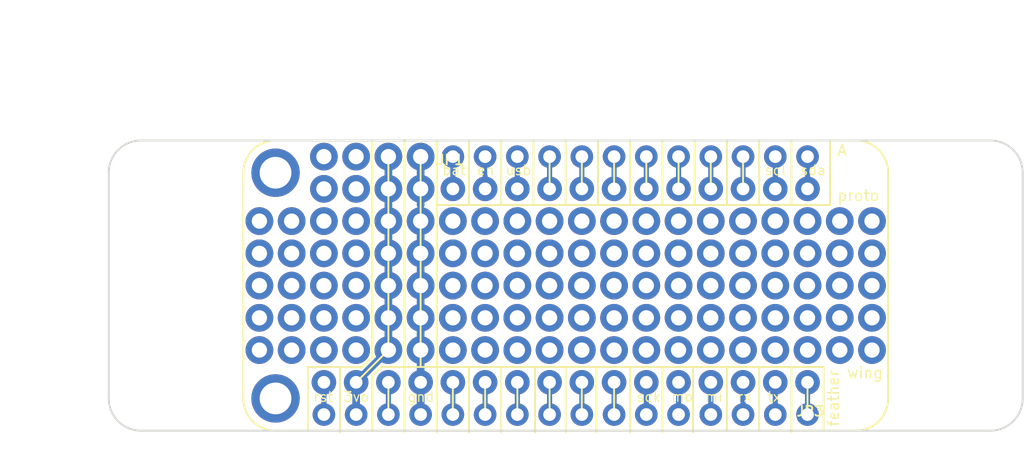
<source format=kicad_pcb>
(kicad_pcb (version 20171130) (host pcbnew "(5.1.2-1)-1")

  (general
    (thickness 1.6)
    (drawings 153)
    (tracks 151)
    (zones 0)
    (modules 3)
    (nets 123)
  )

  (page A4)
  (layers
    (0 Top signal)
    (31 Bottom signal)
    (32 B.Adhes user)
    (33 F.Adhes user)
    (34 B.Paste user)
    (35 F.Paste user)
    (36 B.SilkS user)
    (37 F.SilkS user)
    (38 B.Mask user)
    (39 F.Mask user)
    (40 Dwgs.User user)
    (41 Cmts.User user)
    (42 Eco1.User user)
    (43 Eco2.User user)
    (44 Edge.Cuts user)
    (45 Margin user)
    (46 B.CrtYd user)
    (47 F.CrtYd user)
    (48 B.Fab user)
    (49 F.Fab user)
  )

  (setup
    (last_trace_width 0.25)
    (trace_clearance 0.2)
    (zone_clearance 0.508)
    (zone_45_only no)
    (trace_min 0.2)
    (via_size 0.8)
    (via_drill 0.4)
    (via_min_size 0.4)
    (via_min_drill 0.3)
    (uvia_size 0.3)
    (uvia_drill 0.1)
    (uvias_allowed no)
    (uvia_min_size 0.2)
    (uvia_min_drill 0.1)
    (edge_width 0.05)
    (segment_width 0.2)
    (pcb_text_width 0.3)
    (pcb_text_size 1.5 1.5)
    (mod_edge_width 0.12)
    (mod_text_size 1 1)
    (mod_text_width 0.15)
    (pad_size 1.524 1.524)
    (pad_drill 0.762)
    (pad_to_mask_clearance 0.051)
    (solder_mask_min_width 0.25)
    (aux_axis_origin 0 0)
    (visible_elements FFFFEF7F)
    (pcbplotparams
      (layerselection 0x010fc_ffffffff)
      (usegerberextensions false)
      (usegerberattributes false)
      (usegerberadvancedattributes false)
      (creategerberjobfile false)
      (excludeedgelayer true)
      (linewidth 0.100000)
      (plotframeref false)
      (viasonmask false)
      (mode 1)
      (useauxorigin false)
      (hpglpennumber 1)
      (hpglpenspeed 20)
      (hpglpendiameter 15.000000)
      (psnegative false)
      (psa4output false)
      (plotreference true)
      (plotvalue true)
      (plotinvisibletext false)
      (padsonsilk false)
      (subtractmaskfromsilk false)
      (outputformat 1)
      (mirror false)
      (drillshape 1)
      (scaleselection 1)
      (outputdirectory ""))
  )

  (net 0 "")
  (net 1 N$30)
  (net 2 N$31)
  (net 3 N$32)
  (net 4 N$33)
  (net 5 N$34)
  (net 6 N$35)
  (net 7 N$36)
  (net 8 N$37)
  (net 9 N$38)
  (net 10 N$39)
  (net 11 N$40)
  (net 12 N$41)
  (net 13 N$42)
  (net 14 N$43)
  (net 15 N$44)
  (net 16 N$45)
  (net 17 N$46)
  (net 18 N$47)
  (net 19 N$48)
  (net 20 N$49)
  (net 21 N$50)
  (net 22 N$51)
  (net 23 N$52)
  (net 24 N$53)
  (net 25 N$64)
  (net 26 N$65)
  (net 27 N$66)
  (net 28 N$67)
  (net 29 N$68)
  (net 30 N$69)
  (net 31 N$70)
  (net 32 N$71)
  (net 33 N$72)
  (net 34 N$73)
  (net 35 N$74)
  (net 36 N$75)
  (net 37 N$76)
  (net 38 N$77)
  (net 39 N$78)
  (net 40 N$79)
  (net 41 N$80)
  (net 42 N$81)
  (net 43 N$82)
  (net 44 N$83)
  (net 45 N$84)
  (net 46 N$85)
  (net 47 N$86)
  (net 48 N$87)
  (net 49 N$88)
  (net 50 N$89)
  (net 51 N$90)
  (net 52 N$91)
  (net 53 N$92)
  (net 54 N$93)
  (net 55 N$94)
  (net 56 N$95)
  (net 57 N$96)
  (net 58 N$97)
  (net 59 N$98)
  (net 60 N$99)
  (net 61 N$100)
  (net 62 N$101)
  (net 63 N$102)
  (net 64 N$103)
  (net 65 N$104)
  (net 66 N$105)
  (net 67 N$106)
  (net 68 N$107)
  (net 69 N$108)
  (net 70 N$109)
  (net 71 N$110)
  (net 72 N$111)
  (net 73 N$112)
  (net 74 N$113)
  (net 75 N$114)
  (net 76 N$115)
  (net 77 N$116)
  (net 78 N$117)
  (net 79 N$118)
  (net 80 N$119)
  (net 81 N$120)
  (net 82 N$121)
  (net 83 N$122)
  (net 84 N$123)
  (net 85 N$124)
  (net 86 N$125)
  (net 87 N$126)
  (net 88 N$127)
  (net 89 N$128)
  (net 90 N$129)
  (net 91 N$130)
  (net 92 N$131)
  (net 93 N$132)
  (net 94 N$133)
  (net 95 "Net-(JP3-Pad16)")
  (net 96 "Net-(JP3-Pad15)")
  (net 97 "Net-(JP3-Pad14)")
  (net 98 "Net-(JP3-Pad13)")
  (net 99 "Net-(JP3-Pad1)")
  (net 100 "Net-(JP3-Pad2)")
  (net 101 "Net-(JP3-Pad3)")
  (net 102 "Net-(JP3-Pad4)")
  (net 103 "Net-(JP3-Pad5)")
  (net 104 "Net-(JP3-Pad6)")
  (net 105 "Net-(JP3-Pad7)")
  (net 106 "Net-(JP3-Pad8)")
  (net 107 "Net-(JP3-Pad9)")
  (net 108 "Net-(JP3-Pad10)")
  (net 109 "Net-(JP3-Pad11)")
  (net 110 "Net-(JP3-Pad12)")
  (net 111 "Net-(JP1-Pad12)")
  (net 112 "Net-(JP1-Pad11)")
  (net 113 "Net-(JP1-Pad10)")
  (net 114 "Net-(JP1-Pad9)")
  (net 115 "Net-(JP1-Pad8)")
  (net 116 "Net-(JP1-Pad7)")
  (net 117 "Net-(JP1-Pad6)")
  (net 118 "Net-(JP1-Pad5)")
  (net 119 "Net-(JP1-Pad4)")
  (net 120 "Net-(JP1-Pad3)")
  (net 121 "Net-(JP1-Pad2)")
  (net 122 "Net-(JP1-Pad1)")

  (net_class Default "This is the default net class."
    (clearance 0.2)
    (trace_width 0.25)
    (via_dia 0.8)
    (via_drill 0.4)
    (uvia_dia 0.3)
    (uvia_drill 0.1)
    (add_net N$100)
    (add_net N$101)
    (add_net N$102)
    (add_net N$103)
    (add_net N$104)
    (add_net N$105)
    (add_net N$106)
    (add_net N$107)
    (add_net N$108)
    (add_net N$109)
    (add_net N$110)
    (add_net N$111)
    (add_net N$112)
    (add_net N$113)
    (add_net N$114)
    (add_net N$115)
    (add_net N$116)
    (add_net N$117)
    (add_net N$118)
    (add_net N$119)
    (add_net N$120)
    (add_net N$121)
    (add_net N$122)
    (add_net N$123)
    (add_net N$124)
    (add_net N$125)
    (add_net N$126)
    (add_net N$127)
    (add_net N$128)
    (add_net N$129)
    (add_net N$130)
    (add_net N$131)
    (add_net N$132)
    (add_net N$133)
    (add_net N$30)
    (add_net N$31)
    (add_net N$32)
    (add_net N$33)
    (add_net N$34)
    (add_net N$35)
    (add_net N$36)
    (add_net N$37)
    (add_net N$38)
    (add_net N$39)
    (add_net N$40)
    (add_net N$41)
    (add_net N$42)
    (add_net N$43)
    (add_net N$44)
    (add_net N$45)
    (add_net N$46)
    (add_net N$47)
    (add_net N$48)
    (add_net N$49)
    (add_net N$50)
    (add_net N$51)
    (add_net N$52)
    (add_net N$53)
    (add_net N$64)
    (add_net N$65)
    (add_net N$66)
    (add_net N$67)
    (add_net N$68)
    (add_net N$69)
    (add_net N$70)
    (add_net N$71)
    (add_net N$72)
    (add_net N$73)
    (add_net N$74)
    (add_net N$75)
    (add_net N$76)
    (add_net N$77)
    (add_net N$78)
    (add_net N$79)
    (add_net N$80)
    (add_net N$81)
    (add_net N$82)
    (add_net N$83)
    (add_net N$84)
    (add_net N$85)
    (add_net N$86)
    (add_net N$87)
    (add_net N$88)
    (add_net N$89)
    (add_net N$90)
    (add_net N$91)
    (add_net N$92)
    (add_net N$93)
    (add_net N$94)
    (add_net N$95)
    (add_net N$96)
    (add_net N$97)
    (add_net N$98)
    (add_net N$99)
    (add_net "Net-(JP1-Pad1)")
    (add_net "Net-(JP1-Pad10)")
    (add_net "Net-(JP1-Pad11)")
    (add_net "Net-(JP1-Pad12)")
    (add_net "Net-(JP1-Pad2)")
    (add_net "Net-(JP1-Pad3)")
    (add_net "Net-(JP1-Pad4)")
    (add_net "Net-(JP1-Pad5)")
    (add_net "Net-(JP1-Pad6)")
    (add_net "Net-(JP1-Pad7)")
    (add_net "Net-(JP1-Pad8)")
    (add_net "Net-(JP1-Pad9)")
    (add_net "Net-(JP3-Pad1)")
    (add_net "Net-(JP3-Pad10)")
    (add_net "Net-(JP3-Pad11)")
    (add_net "Net-(JP3-Pad12)")
    (add_net "Net-(JP3-Pad13)")
    (add_net "Net-(JP3-Pad14)")
    (add_net "Net-(JP3-Pad15)")
    (add_net "Net-(JP3-Pad16)")
    (add_net "Net-(JP3-Pad2)")
    (add_net "Net-(JP3-Pad3)")
    (add_net "Net-(JP3-Pad4)")
    (add_net "Net-(JP3-Pad5)")
    (add_net "Net-(JP3-Pad6)")
    (add_net "Net-(JP3-Pad7)")
    (add_net "Net-(JP3-Pad8)")
    (add_net "Net-(JP3-Pad9)")
  )

  (module SingleWing:FEATHERWING (layer Top) (tedit 5D1F903A) (tstamp 5D1F6682)
    (at 123.1011 116.4336)
    (path /FA6A3C82)
    (fp_text reference MS1 (at 0 0) (layer F.SilkS) hide
      (effects (font (size 1.27 1.27) (thickness 0.15)))
    )
    (fp_text value FEATHERWING (at 0 0) (layer F.SilkS) hide
      (effects (font (size 1.27 1.27) (thickness 0.15)))
    )
    (pad 1 thru_hole circle (at 6.35 -1.27) (size 1.778 1.778) (drill 1) (layers *.Cu *.Mask)
      (net 95 "Net-(JP3-Pad16)") (solder_mask_margin 0.0508))
    (pad 2 thru_hole circle (at 8.89 -1.27) (size 1.778 1.778) (drill 1) (layers *.Cu *.Mask)
      (net 96 "Net-(JP3-Pad15)") (solder_mask_margin 0.0508))
    (pad 3 thru_hole circle (at 11.43 -1.27) (size 1.778 1.778) (drill 1) (layers *.Cu *.Mask)
      (net 97 "Net-(JP3-Pad14)") (solder_mask_margin 0.0508))
    (pad 4 thru_hole circle (at 13.97 -1.27) (size 1.778 1.778) (drill 1) (layers *.Cu *.Mask)
      (net 98 "Net-(JP3-Pad13)") (solder_mask_margin 0.0508))
    (pad 16 thru_hole circle (at 44.45 -1.27) (size 1.778 1.778) (drill 1) (layers *.Cu *.Mask)
      (net 99 "Net-(JP3-Pad1)") (solder_mask_margin 0.0508))
    (pad 15 thru_hole circle (at 41.91 -1.27) (size 1.778 1.778) (drill 1) (layers *.Cu *.Mask)
      (net 100 "Net-(JP3-Pad2)") (solder_mask_margin 0.0508))
    (pad 14 thru_hole circle (at 39.37 -1.27) (size 1.778 1.778) (drill 1) (layers *.Cu *.Mask)
      (net 101 "Net-(JP3-Pad3)") (solder_mask_margin 0.0508))
    (pad 13 thru_hole circle (at 36.83 -1.27) (size 1.778 1.778) (drill 1) (layers *.Cu *.Mask)
      (net 102 "Net-(JP3-Pad4)") (solder_mask_margin 0.0508))
    (pad 12 thru_hole circle (at 34.29 -1.27) (size 1.778 1.778) (drill 1) (layers *.Cu *.Mask)
      (net 103 "Net-(JP3-Pad5)") (solder_mask_margin 0.0508))
    (pad 11 thru_hole circle (at 31.75 -1.27) (size 1.778 1.778) (drill 1) (layers *.Cu *.Mask)
      (net 104 "Net-(JP3-Pad6)") (solder_mask_margin 0.0508))
    (pad 10 thru_hole circle (at 29.21 -1.27) (size 1.778 1.778) (drill 1) (layers *.Cu *.Mask)
      (net 105 "Net-(JP3-Pad7)") (solder_mask_margin 0.0508))
    (pad 9 thru_hole circle (at 26.67 -1.27) (size 1.778 1.778) (drill 1) (layers *.Cu *.Mask)
      (net 106 "Net-(JP3-Pad8)") (solder_mask_margin 0.0508))
    (pad 8 thru_hole circle (at 24.13 -1.27) (size 1.778 1.778) (drill 1) (layers *.Cu *.Mask)
      (net 107 "Net-(JP3-Pad9)") (solder_mask_margin 0.0508))
    (pad 7 thru_hole circle (at 21.59 -1.27) (size 1.778 1.778) (drill 1) (layers *.Cu *.Mask)
      (net 108 "Net-(JP3-Pad10)") (solder_mask_margin 0.0508))
    (pad 6 thru_hole circle (at 19.05 -1.27) (size 1.778 1.778) (drill 1) (layers *.Cu *.Mask)
      (net 109 "Net-(JP3-Pad11)") (solder_mask_margin 0.0508))
    (pad 5 thru_hole circle (at 16.51 -1.27) (size 1.778 1.778) (drill 1) (layers *.Cu *.Mask)
      (net 110 "Net-(JP3-Pad12)") (solder_mask_margin 0.0508))
    (pad 17 thru_hole circle (at 44.45 -21.59) (size 1.778 1.778) (drill 1) (layers *.Cu *.Mask)
      (net 111 "Net-(JP1-Pad12)") (solder_mask_margin 0.0508))
    (pad 18 thru_hole circle (at 41.91 -21.59) (size 1.778 1.778) (drill 1) (layers *.Cu *.Mask)
      (net 112 "Net-(JP1-Pad11)") (solder_mask_margin 0.0508))
    (pad 19 thru_hole circle (at 39.37 -21.59) (size 1.778 1.778) (drill 1) (layers *.Cu *.Mask)
      (net 113 "Net-(JP1-Pad10)") (solder_mask_margin 0.0508))
    (pad 20 thru_hole circle (at 36.83 -21.59) (size 1.778 1.778) (drill 1) (layers *.Cu *.Mask)
      (net 114 "Net-(JP1-Pad9)") (solder_mask_margin 0.0508))
    (pad 21 thru_hole circle (at 34.29 -21.59) (size 1.778 1.778) (drill 1) (layers *.Cu *.Mask)
      (net 115 "Net-(JP1-Pad8)") (solder_mask_margin 0.0508))
    (pad 22 thru_hole circle (at 31.75 -21.59) (size 1.778 1.778) (drill 1) (layers *.Cu *.Mask)
      (net 116 "Net-(JP1-Pad7)") (solder_mask_margin 0.0508))
    (pad 23 thru_hole circle (at 29.21 -21.59) (size 1.778 1.778) (drill 1) (layers *.Cu *.Mask)
      (net 117 "Net-(JP1-Pad6)") (solder_mask_margin 0.0508))
    (pad 24 thru_hole circle (at 26.67 -21.59) (size 1.778 1.778) (drill 1) (layers *.Cu *.Mask)
      (net 118 "Net-(JP1-Pad5)") (solder_mask_margin 0.0508))
    (pad 25 thru_hole circle (at 24.13 -21.59) (size 1.778 1.778) (drill 1) (layers *.Cu *.Mask)
      (net 119 "Net-(JP1-Pad4)") (solder_mask_margin 0.0508))
    (pad 26 thru_hole circle (at 21.59 -21.59) (size 1.778 1.778) (drill 1) (layers *.Cu *.Mask)
      (net 120 "Net-(JP1-Pad3)") (solder_mask_margin 0.0508))
    (pad 27 thru_hole circle (at 19.05 -21.59) (size 1.778 1.778) (drill 1) (layers *.Cu *.Mask)
      (net 121 "Net-(JP1-Pad2)") (solder_mask_margin 0.0508))
    (pad 28 thru_hole circle (at 16.51 -21.59) (size 1.778 1.778) (drill 1) (layers *.Cu *.Mask)
      (net 122 "Net-(JP1-Pad1)") (solder_mask_margin 0.0508))
    (pad P$2 thru_hole circle (at 2.54 -2.54) (size 3.81 3.81) (drill 2.5) (layers *.Cu *.Mask)
      (solder_mask_margin 0.0508))
    (pad P$1 thru_hole circle (at 2.54 -20.32) (size 3.81 3.81) (drill 2.5) (layers *.Cu *.Mask)
      (solder_mask_margin 0.0508))
    (pad "" np_thru_hole circle (at 48.26 -2.54) (size 2.54 2.54) (drill 2.54) (layers *.Cu *.Mask))
    (pad "" np_thru_hole circle (at 48.26 -20.32) (size 2.54 2.54) (drill 2.54) (layers *.Cu *.Mask))
  )

  (module SingleWing:1X16_ROUND_76MIL (layer Top) (tedit 0) (tstamp 5D1F66AD)
    (at 148.5011 112.6236 180)
    (path /48CD7B62)
    (fp_text reference JP3 (at -20.3962 -1.8288 180) (layer F.SilkS)
      (effects (font (size 0.77216 0.77216) (thickness 0.146304)) (justify right top))
    )
    (fp_text value HEADER-1X16_76MIL (at -20.32 3.175 180) (layer F.Fab)
      (effects (font (size 0.38608 0.38608) (thickness 0.04064)) (justify right top))
    )
    (fp_poly (pts (xy 18.796 0.254) (xy 19.304 0.254) (xy 19.304 -0.254) (xy 18.796 -0.254)) (layer F.Fab) (width 0))
    (fp_poly (pts (xy -19.304 0.254) (xy -18.796 0.254) (xy -18.796 -0.254) (xy -19.304 -0.254)) (layer F.Fab) (width 0))
    (fp_poly (pts (xy -16.764 0.254) (xy -16.256 0.254) (xy -16.256 -0.254) (xy -16.764 -0.254)) (layer F.Fab) (width 0))
    (fp_poly (pts (xy -14.224 0.254) (xy -13.716 0.254) (xy -13.716 -0.254) (xy -14.224 -0.254)) (layer F.Fab) (width 0))
    (fp_poly (pts (xy -11.684 0.254) (xy -11.176 0.254) (xy -11.176 -0.254) (xy -11.684 -0.254)) (layer F.Fab) (width 0))
    (fp_poly (pts (xy -9.144 0.254) (xy -8.636 0.254) (xy -8.636 -0.254) (xy -9.144 -0.254)) (layer F.Fab) (width 0))
    (fp_poly (pts (xy -6.604 0.254) (xy -6.096 0.254) (xy -6.096 -0.254) (xy -6.604 -0.254)) (layer F.Fab) (width 0))
    (fp_poly (pts (xy -4.064 0.254) (xy -3.556 0.254) (xy -3.556 -0.254) (xy -4.064 -0.254)) (layer F.Fab) (width 0))
    (fp_poly (pts (xy -1.524 0.254) (xy -1.016 0.254) (xy -1.016 -0.254) (xy -1.524 -0.254)) (layer F.Fab) (width 0))
    (fp_poly (pts (xy 1.016 0.254) (xy 1.524 0.254) (xy 1.524 -0.254) (xy 1.016 -0.254)) (layer F.Fab) (width 0))
    (fp_poly (pts (xy 3.556 0.254) (xy 4.064 0.254) (xy 4.064 -0.254) (xy 3.556 -0.254)) (layer F.Fab) (width 0))
    (fp_poly (pts (xy 6.096 0.254) (xy 6.604 0.254) (xy 6.604 -0.254) (xy 6.096 -0.254)) (layer F.Fab) (width 0))
    (fp_poly (pts (xy 8.636 0.254) (xy 9.144 0.254) (xy 9.144 -0.254) (xy 8.636 -0.254)) (layer F.Fab) (width 0))
    (fp_poly (pts (xy 11.176 0.254) (xy 11.684 0.254) (xy 11.684 -0.254) (xy 11.176 -0.254)) (layer F.Fab) (width 0))
    (fp_poly (pts (xy 13.716 0.254) (xy 14.224 0.254) (xy 14.224 -0.254) (xy 13.716 -0.254)) (layer F.Fab) (width 0))
    (fp_poly (pts (xy 16.256 0.254) (xy 16.764 0.254) (xy 16.764 -0.254) (xy 16.256 -0.254)) (layer F.Fab) (width 0))
    (pad 16 thru_hole circle (at 19.05 0 270) (size 1.9304 1.9304) (drill 1) (layers *.Cu *.Mask)
      (net 95 "Net-(JP3-Pad16)") (solder_mask_margin 0.0508))
    (pad 15 thru_hole circle (at 16.51 0 270) (size 1.9304 1.9304) (drill 1) (layers *.Cu *.Mask)
      (net 96 "Net-(JP3-Pad15)") (solder_mask_margin 0.0508))
    (pad 14 thru_hole circle (at 13.97 0 270) (size 1.9304 1.9304) (drill 1) (layers *.Cu *.Mask)
      (net 97 "Net-(JP3-Pad14)") (solder_mask_margin 0.0508))
    (pad 13 thru_hole circle (at 11.43 0 270) (size 1.9304 1.9304) (drill 1) (layers *.Cu *.Mask)
      (net 98 "Net-(JP3-Pad13)") (solder_mask_margin 0.0508))
    (pad 12 thru_hole circle (at 8.89 0 270) (size 1.9304 1.9304) (drill 1) (layers *.Cu *.Mask)
      (net 110 "Net-(JP3-Pad12)") (solder_mask_margin 0.0508))
    (pad 11 thru_hole circle (at 6.35 0 270) (size 1.9304 1.9304) (drill 1) (layers *.Cu *.Mask)
      (net 109 "Net-(JP3-Pad11)") (solder_mask_margin 0.0508))
    (pad 10 thru_hole circle (at 3.81 0 270) (size 1.9304 1.9304) (drill 1) (layers *.Cu *.Mask)
      (net 108 "Net-(JP3-Pad10)") (solder_mask_margin 0.0508))
    (pad 9 thru_hole circle (at 1.27 0 270) (size 1.9304 1.9304) (drill 1) (layers *.Cu *.Mask)
      (net 107 "Net-(JP3-Pad9)") (solder_mask_margin 0.0508))
    (pad 8 thru_hole circle (at -1.27 0 270) (size 1.9304 1.9304) (drill 1) (layers *.Cu *.Mask)
      (net 106 "Net-(JP3-Pad8)") (solder_mask_margin 0.0508))
    (pad 7 thru_hole circle (at -3.81 0 270) (size 1.9304 1.9304) (drill 1) (layers *.Cu *.Mask)
      (net 105 "Net-(JP3-Pad7)") (solder_mask_margin 0.0508))
    (pad 6 thru_hole circle (at -6.35 0 270) (size 1.9304 1.9304) (drill 1) (layers *.Cu *.Mask)
      (net 104 "Net-(JP3-Pad6)") (solder_mask_margin 0.0508))
    (pad 5 thru_hole circle (at -8.89 0 270) (size 1.9304 1.9304) (drill 1) (layers *.Cu *.Mask)
      (net 103 "Net-(JP3-Pad5)") (solder_mask_margin 0.0508))
    (pad 4 thru_hole circle (at -11.43 0 270) (size 1.9304 1.9304) (drill 1) (layers *.Cu *.Mask)
      (net 102 "Net-(JP3-Pad4)") (solder_mask_margin 0.0508))
    (pad 3 thru_hole circle (at -13.97 0 270) (size 1.9304 1.9304) (drill 1) (layers *.Cu *.Mask)
      (net 101 "Net-(JP3-Pad3)") (solder_mask_margin 0.0508))
    (pad 2 thru_hole circle (at -16.51 0 270) (size 1.9304 1.9304) (drill 1) (layers *.Cu *.Mask)
      (net 100 "Net-(JP3-Pad2)") (solder_mask_margin 0.0508))
    (pad 1 thru_hole circle (at -19.05 0 270) (size 1.9304 1.9304) (drill 1) (layers *.Cu *.Mask)
      (net 99 "Net-(JP3-Pad1)") (solder_mask_margin 0.0508))
  )

  (module SingleWing:1X12_ROUND_76MIL (layer Top) (tedit 0) (tstamp 5D1F66D0)
    (at 153.5811 97.3836)
    (path /A75A2B47)
    (fp_text reference JP1 (at -15.3162 -1.8288) (layer F.SilkS)
      (effects (font (size 0.77216 0.77216) (thickness 0.146304)) (justify left bottom))
    )
    (fp_text value HEADER-1X1276MIL (at -15.24 3.175) (layer F.Fab)
      (effects (font (size 0.38608 0.38608) (thickness 0.04064)) (justify left bottom))
    )
    (fp_poly (pts (xy 13.716 0.254) (xy 14.224 0.254) (xy 14.224 -0.254) (xy 13.716 -0.254)) (layer F.Fab) (width 0))
    (fp_poly (pts (xy 11.176 0.254) (xy 11.684 0.254) (xy 11.684 -0.254) (xy 11.176 -0.254)) (layer F.Fab) (width 0))
    (fp_poly (pts (xy 8.636 0.254) (xy 9.144 0.254) (xy 9.144 -0.254) (xy 8.636 -0.254)) (layer F.Fab) (width 0))
    (fp_poly (pts (xy -14.224 0.254) (xy -13.716 0.254) (xy -13.716 -0.254) (xy -14.224 -0.254)) (layer F.Fab) (width 0))
    (fp_poly (pts (xy -11.684 0.254) (xy -11.176 0.254) (xy -11.176 -0.254) (xy -11.684 -0.254)) (layer F.Fab) (width 0))
    (fp_poly (pts (xy -9.144 0.254) (xy -8.636 0.254) (xy -8.636 -0.254) (xy -9.144 -0.254)) (layer F.Fab) (width 0))
    (fp_poly (pts (xy -6.604 0.254) (xy -6.096 0.254) (xy -6.096 -0.254) (xy -6.604 -0.254)) (layer F.Fab) (width 0))
    (fp_poly (pts (xy -4.064 0.254) (xy -3.556 0.254) (xy -3.556 -0.254) (xy -4.064 -0.254)) (layer F.Fab) (width 0))
    (fp_poly (pts (xy -1.524 0.254) (xy -1.016 0.254) (xy -1.016 -0.254) (xy -1.524 -0.254)) (layer F.Fab) (width 0))
    (fp_poly (pts (xy 1.016 0.254) (xy 1.524 0.254) (xy 1.524 -0.254) (xy 1.016 -0.254)) (layer F.Fab) (width 0))
    (fp_poly (pts (xy 3.556 0.254) (xy 4.064 0.254) (xy 4.064 -0.254) (xy 3.556 -0.254)) (layer F.Fab) (width 0))
    (fp_poly (pts (xy 6.096 0.254) (xy 6.604 0.254) (xy 6.604 -0.254) (xy 6.096 -0.254)) (layer F.Fab) (width 0))
    (fp_line (start -15.24 -0.635) (end -15.24 0.635) (layer F.Fab) (width 0.2032))
    (pad 12 thru_hole circle (at 13.97 0 90) (size 1.9304 1.9304) (drill 1) (layers *.Cu *.Mask)
      (net 111 "Net-(JP1-Pad12)") (solder_mask_margin 0.0508))
    (pad 11 thru_hole circle (at 11.43 0 90) (size 1.9304 1.9304) (drill 1) (layers *.Cu *.Mask)
      (net 112 "Net-(JP1-Pad11)") (solder_mask_margin 0.0508))
    (pad 10 thru_hole circle (at 8.89 0 90) (size 1.9304 1.9304) (drill 1) (layers *.Cu *.Mask)
      (net 113 "Net-(JP1-Pad10)") (solder_mask_margin 0.0508))
    (pad 9 thru_hole circle (at 6.35 0 90) (size 1.9304 1.9304) (drill 1) (layers *.Cu *.Mask)
      (net 114 "Net-(JP1-Pad9)") (solder_mask_margin 0.0508))
    (pad 8 thru_hole circle (at 3.81 0 90) (size 1.9304 1.9304) (drill 1) (layers *.Cu *.Mask)
      (net 115 "Net-(JP1-Pad8)") (solder_mask_margin 0.0508))
    (pad 7 thru_hole circle (at 1.27 0 90) (size 1.9304 1.9304) (drill 1) (layers *.Cu *.Mask)
      (net 116 "Net-(JP1-Pad7)") (solder_mask_margin 0.0508))
    (pad 6 thru_hole circle (at -1.27 0 90) (size 1.9304 1.9304) (drill 1) (layers *.Cu *.Mask)
      (net 117 "Net-(JP1-Pad6)") (solder_mask_margin 0.0508))
    (pad 5 thru_hole circle (at -3.81 0 90) (size 1.9304 1.9304) (drill 1) (layers *.Cu *.Mask)
      (net 118 "Net-(JP1-Pad5)") (solder_mask_margin 0.0508))
    (pad 4 thru_hole circle (at -6.35 0 90) (size 1.9304 1.9304) (drill 1) (layers *.Cu *.Mask)
      (net 119 "Net-(JP1-Pad4)") (solder_mask_margin 0.0508))
    (pad 3 thru_hole circle (at -8.89 0 90) (size 1.9304 1.9304) (drill 1) (layers *.Cu *.Mask)
      (net 120 "Net-(JP1-Pad3)") (solder_mask_margin 0.0508))
    (pad 2 thru_hole circle (at -11.43 0 90) (size 1.9304 1.9304) (drill 1) (layers *.Cu *.Mask)
      (net 121 "Net-(JP1-Pad2)") (solder_mask_margin 0.0508))
    (pad 1 thru_hole circle (at -13.97 0 90) (size 1.9304 1.9304) (drill 1) (layers *.Cu *.Mask)
      (net 122 "Net-(JP1-Pad1)") (solder_mask_margin 0.0508))
  )

  (dimension 72.000278 (width 0.15) (layer Dwgs.User)
    (gr_text "72.000 mm" (at 148.535267 83.203705 359.8408455) (layer Dwgs.User)
      (effects (font (size 1 1) (thickness 0.15)))
    )
    (feature1 (pts (xy 184.5 96) (xy 184.533285 84.017281)))
    (feature2 (pts (xy 112.5 95.8) (xy 112.533285 83.817281)))
    (crossbar (pts (xy 112.531656 84.4037) (xy 184.531656 84.6037)))
    (arrow1a (pts (xy 184.531656 84.6037) (xy 183.403528 85.186989)))
    (arrow1b (pts (xy 184.531656 84.6037) (xy 183.406786 84.014152)))
    (arrow2a (pts (xy 112.531656 84.4037) (xy 113.656526 84.993248)))
    (arrow2b (pts (xy 112.531656 84.4037) (xy 113.659784 83.820411)))
  )
  (gr_arc (start 171.3611 96.1136) (end 171.3611 93.5736) (angle 90) (layer F.SilkS) (width 0.15) (tstamp 5D1F6BF0))
  (gr_arc (start 125.6411 96.1136) (end 123.1011 96.1136) (angle 90) (layer F.SilkS) (width 0.15) (tstamp 5D1F6BEF))
  (gr_line (start 123.1011 113.8936) (end 123.1011 96.1136) (layer F.SilkS) (width 0.15) (tstamp 5D1F6BEE))
  (gr_arc (start 125.6411 113.8936) (end 125.6411 116.4336) (angle 90) (layer F.SilkS) (width 0.15) (tstamp 5D1F6BED))
  (gr_line (start 171.3611 116.4336) (end 125.6411 116.4336) (layer F.SilkS) (width 0.15) (tstamp 5D1F6BEC))
  (gr_arc (start 171.3611 113.8936) (end 173.9011 113.8936) (angle 90) (layer F.SilkS) (width 0.15) (tstamp 5D1F6BEB))
  (gr_line (start 173.9011 96.1136) (end 173.9011 113.8936) (layer F.SilkS) (width 0.15) (tstamp 5D1F6BEA))
  (gr_line (start 125.6411 93.5736) (end 171.3611 93.5736) (layer F.SilkS) (width 0.15) (tstamp 5D1F6BE9))
  (gr_text rst (at 128.5621 114.2238) (layer F.SilkS) (tstamp 200AC40)
    (effects (font (size 0.77216 0.77216) (thickness 0.097536)) (justify left bottom))
  )
  (gr_text 3vo (at 130.9243 114.2238) (layer F.SilkS) (tstamp 200ADC0)
    (effects (font (size 0.77216 0.77216) (thickness 0.097536)) (justify left bottom))
  )
  (gr_text gnd (at 135.9789 114.2238) (layer F.SilkS) (tstamp 200AF40)
    (effects (font (size 0.77216 0.77216) (thickness 0.097536)) (justify left bottom))
  )
  (gr_text en (at 141.4526 96.3676) (layer F.SilkS) (tstamp 200B0C0)
    (effects (font (size 0.77216 0.77216) (thickness 0.097536)) (justify left bottom))
  )
  (gr_text bat (at 138.7221 96.3676) (layer F.SilkS) (tstamp 200B240)
    (effects (font (size 0.77216 0.77216) (thickness 0.097536)) (justify left bottom))
  )
  (gr_text usb (at 143.7005 96.3676) (layer F.SilkS) (tstamp 200B3C0)
    (effects (font (size 0.77216 0.77216) (thickness 0.097536)) (justify left bottom))
  )
  (gr_text sda (at 166.9161 96.3676) (layer F.SilkS) (tstamp 200B540)
    (effects (font (size 0.77216 0.77216) (thickness 0.097536)) (justify left bottom))
  )
  (gr_text scl (at 164.1221 96.3676) (layer F.SilkS) (tstamp 200B6C0)
    (effects (font (size 0.77216 0.77216) (thickness 0.097536)) (justify left bottom))
  )
  (gr_text tx (at 164.3126 114.2111) (layer F.SilkS) (tstamp 200B840)
    (effects (font (size 0.77216 0.77216) (thickness 0.097536)) (justify left bottom))
  )
  (gr_text rx (at 161.9631 114.2111) (layer F.SilkS) (tstamp 200B9C0)
    (effects (font (size 0.77216 0.77216) (thickness 0.097536)) (justify left bottom))
  )
  (gr_text mi (at 159.4231 114.2111) (layer F.SilkS) (tstamp 200BB40)
    (effects (font (size 0.77216 0.77216) (thickness 0.097536)) (justify left bottom))
  )
  (gr_text mo (at 156.7561 114.2111) (layer F.SilkS) (tstamp 200BCC0)
    (effects (font (size 0.77216 0.77216) (thickness 0.097536)) (justify left bottom))
  )
  (gr_text sck (at 154.0129 114.2238) (layer F.SilkS) (tstamp 200BE40)
    (effects (font (size 0.77216 0.77216) (thickness 0.097536)) (justify left bottom))
  )
  (gr_line (start 115.0411 93.5736) (end 181.9611 93.5736) (layer Edge.Cuts) (width 0.15) (tstamp 200C000))
  (gr_arc (start 181.9611 96.1136) (end 181.9611 93.5736) (angle 90) (layer Edge.Cuts) (width 0.15) (tstamp 200C0C0))
  (gr_line (start 184.5011 96.1136) (end 184.5011 113.8936) (layer Edge.Cuts) (width 0.15) (tstamp 200C180))
  (gr_arc (start 181.9611 113.8936) (end 184.5011 113.8936) (angle 90) (layer Edge.Cuts) (width 0.15) (tstamp 200C240))
  (gr_line (start 181.9611 116.4336) (end 115.0411 116.4336) (layer Edge.Cuts) (width 0.15) (tstamp 200C300))
  (gr_arc (start 115.0411 113.8936) (end 115.0411 116.4336) (angle 90) (layer Edge.Cuts) (width 0.15) (tstamp 200C3C0))
  (gr_line (start 112.5011 113.8936) (end 112.5011 96.1136) (layer Edge.Cuts) (width 0.15) (tstamp 200C480))
  (gr_arc (start 115.0411 96.1136) (end 112.5011 96.1136) (angle 90) (layer Edge.Cuts) (width 0.15) (tstamp 200C540))
  (gr_line (start 138.3411 98.6536) (end 140.8811 98.6536) (layer F.SilkS) (width 0.15) (tstamp 200C600))
  (gr_line (start 140.8811 98.6536) (end 143.4211 98.6536) (layer F.SilkS) (width 0.15) (tstamp 200C6C0))
  (gr_line (start 143.4211 98.6536) (end 145.9611 98.6536) (layer F.SilkS) (width 0.15) (tstamp 200C780))
  (gr_line (start 145.9611 98.6536) (end 148.5011 98.6536) (layer F.SilkS) (width 0.15) (tstamp 200C840))
  (gr_line (start 148.5011 98.6536) (end 151.0411 98.6536) (layer F.SilkS) (width 0.15) (tstamp 200C900))
  (gr_line (start 151.0411 98.6536) (end 156.1211 98.6536) (layer F.SilkS) (width 0.15) (tstamp 200C9C0))
  (gr_line (start 156.1211 98.6536) (end 158.6611 98.6536) (layer F.SilkS) (width 0.15) (tstamp 200CA80))
  (gr_line (start 158.6611 98.6536) (end 161.2011 98.6536) (layer F.SilkS) (width 0.15) (tstamp 200CB40))
  (gr_line (start 161.2011 98.6536) (end 163.7411 98.6536) (layer F.SilkS) (width 0.15) (tstamp 200CC00))
  (gr_line (start 163.7411 98.6536) (end 166.2811 98.6536) (layer F.SilkS) (width 0.15) (tstamp 200CCC0))
  (gr_line (start 166.2811 98.6536) (end 169.3291 98.6536) (layer F.SilkS) (width 0.15) (tstamp 200CD80))
  (gr_line (start 169.3291 98.6536) (end 169.3291 93.7006) (layer F.SilkS) (width 0.15) (tstamp 200CE40))
  (gr_line (start 140.8811 93.5736) (end 140.8811 98.6536) (layer F.SilkS) (width 0.15) (tstamp 200CF00))
  (gr_line (start 143.4211 93.5736) (end 143.4211 98.6536) (layer F.SilkS) (width 0.15) (tstamp 200CFC0))
  (gr_line (start 145.9611 98.6536) (end 145.9611 93.5736) (layer F.SilkS) (width 0.15) (tstamp 200D080))
  (gr_line (start 148.5011 98.6536) (end 148.5011 93.5736) (layer F.SilkS) (width 0.15) (tstamp 200D140))
  (gr_line (start 151.0411 93.5736) (end 151.0411 98.6536) (layer F.SilkS) (width 0.15) (tstamp 200D200))
  (gr_line (start 153.5811 98.5266) (end 153.5811 93.5736) (layer F.SilkS) (width 0.15) (tstamp 200D2C0))
  (gr_line (start 156.1211 93.5736) (end 156.1211 98.6536) (layer F.SilkS) (width 0.15) (tstamp 200D380))
  (gr_line (start 158.6611 93.5736) (end 158.6611 98.6536) (layer F.SilkS) (width 0.15) (tstamp 200D440))
  (gr_line (start 161.2011 93.5736) (end 161.2011 98.6536) (layer F.SilkS) (width 0.15) (tstamp 200D500))
  (gr_line (start 163.7411 93.5736) (end 163.7411 98.6536) (layer F.SilkS) (width 0.15) (tstamp 200D5C0))
  (gr_line (start 166.2811 93.5736) (end 166.2811 98.6536) (layer F.SilkS) (width 0.15) (tstamp 200D680))
  (gr_line (start 158.5341 111.4171) (end 156.1211 111.4171) (layer F.SilkS) (width 0.15) (tstamp 200D740))
  (gr_line (start 156.1211 111.4171) (end 153.5811 111.4171) (layer F.SilkS) (width 0.15) (tstamp 200D800))
  (gr_line (start 153.5811 111.4171) (end 150.9141 111.4171) (layer F.SilkS) (width 0.15) (tstamp 200D8C0))
  (gr_line (start 150.9141 111.4171) (end 148.5011 111.4171) (layer F.SilkS) (width 0.15) (tstamp 200D980))
  (gr_line (start 148.5011 111.4171) (end 146.0881 111.4171) (layer F.SilkS) (width 0.15) (tstamp 200DA40))
  (gr_line (start 146.0881 111.4171) (end 140.8811 111.4171) (layer F.SilkS) (width 0.15) (tstamp 200DB00))
  (gr_line (start 140.8811 111.4171) (end 138.3411 111.4171) (layer F.SilkS) (width 0.15) (tstamp 200DBC0))
  (gr_line (start 138.3411 111.4171) (end 135.8011 111.4171) (layer F.SilkS) (width 0.15) (tstamp 200DC80))
  (gr_line (start 130.7211 111.4171) (end 128.1811 111.4171) (layer F.SilkS) (width 0.15) (tstamp 200DD40))
  (gr_line (start 128.1811 111.4171) (end 128.1811 116.4336) (layer F.SilkS) (width 0.15) (tstamp 200DE00))
  (gr_line (start 158.5341 111.4171) (end 158.5341 116.5606) (layer F.SilkS) (width 0.15) (tstamp 200DEC0))
  (gr_line (start 156.1211 116.5606) (end 156.1211 111.4171) (layer F.SilkS) (width 0.15) (tstamp 200DF80))
  (gr_line (start 153.5811 116.5606) (end 153.5811 111.4171) (layer F.SilkS) (width 0.15) (tstamp 200E040))
  (gr_line (start 150.9141 111.4171) (end 150.9141 116.5606) (layer F.SilkS) (width 0.15) (tstamp 200E100))
  (gr_line (start 148.5011 111.4171) (end 148.5011 116.5606) (layer F.SilkS) (width 0.15) (tstamp 200E1C0))
  (gr_line (start 146.0881 116.5606) (end 146.0881 111.4171) (layer F.SilkS) (width 0.15) (tstamp 200E280))
  (gr_line (start 143.4211 111.5441) (end 143.4211 116.5606) (layer F.SilkS) (width 0.15) (tstamp 200E340))
  (gr_line (start 140.8811 116.5606) (end 140.8811 111.4171) (layer F.SilkS) (width 0.15) (tstamp 200E400))
  (gr_line (start 138.3411 116.5606) (end 138.3411 111.4171) (layer F.SilkS) (width 0.15) (tstamp 200E4C0))
  (gr_line (start 135.8011 116.5606) (end 135.8011 111.4171) (layer F.SilkS) (width 0.15) (tstamp 200E580))
  (gr_line (start 130.7211 116.5606) (end 130.7211 111.4171) (layer F.SilkS) (width 0.15) (tstamp 200E640))
  (gr_line (start 158.5341 111.4171) (end 161.2011 111.4171) (layer F.SilkS) (width 0.15) (tstamp 200E700))
  (gr_line (start 161.2011 111.4171) (end 163.7411 111.4171) (layer F.SilkS) (width 0.15) (tstamp 200E7C0))
  (gr_line (start 163.7411 111.4171) (end 166.2811 111.4171) (layer F.SilkS) (width 0.15) (tstamp 200E880))
  (gr_line (start 166.2811 111.4171) (end 168.8211 111.4171) (layer F.SilkS) (width 0.15) (tstamp 200E940))
  (gr_line (start 168.8211 111.4171) (end 168.8211 116.4336) (layer F.SilkS) (width 0.15) (tstamp 200EA00))
  (gr_line (start 161.2011 111.4171) (end 161.2011 116.4336) (layer F.SilkS) (width 0.15) (tstamp 200EAC0))
  (gr_line (start 163.7411 111.4171) (end 163.7411 116.4336) (layer F.SilkS) (width 0.15) (tstamp 200EB80))
  (gr_line (start 166.2811 111.4171) (end 166.2811 116.5606) (layer F.SilkS) (width 0.15) (tstamp 200EC40))
  (gr_line (start 133.2611 110.6551) (end 133.2611 93.5736) (layer F.SilkS) (width 0.15) (tstamp 200ED00))
  (gr_line (start 135.8011 93.5101) (end 135.8011 111.4171) (layer F.SilkS) (width 0.15) (tstamp 200EDC0))
  (gr_line (start 138.3411 111.4171) (end 138.3411 98.6536) (layer F.SilkS) (width 0.15) (tstamp 200EE80))
  (gr_line (start 138.3411 98.6536) (end 138.3411 93.5736) (layer F.SilkS) (width 0.15) (tstamp 200EF40))
  (gr_line (start 134.5311 94.7801) (end 134.5311 110.0836) (layer B.Mask) (width 0.15) (tstamp 200F000))
  (gr_line (start 134.5311 110.0836) (end 134.5311 110.2106) (layer B.Mask) (width 0.15) (tstamp 200F0C0))
  (gr_line (start 137.0711 111.9886) (end 137.0711 94.7166) (layer B.Mask) (width 0.15) (tstamp 200F180))
  (gr_line (start 129.4511 115.1636) (end 129.4511 112.6236) (layer B.Mask) (width 0.15) (tstamp 200F240))
  (gr_line (start 131.9911 115.1636) (end 131.9911 112.6236) (layer B.Mask) (width 0.15) (tstamp 200F300))
  (gr_line (start 134.5311 112.6236) (end 134.5311 115.1636) (layer B.Mask) (width 0.15) (tstamp 200F3C0))
  (gr_line (start 137.0711 115.4176) (end 137.0711 112.6236) (layer B.Mask) (width 0.15) (tstamp 200F480))
  (gr_line (start 139.6111 112.6236) (end 139.6111 115.1636) (layer B.Mask) (width 0.15) (tstamp 200F540))
  (gr_line (start 142.1511 112.6236) (end 142.1511 115.1636) (layer B.Mask) (width 0.15) (tstamp 200F600))
  (gr_line (start 144.6911 115.1636) (end 144.6911 112.6236) (layer B.Mask) (width 0.15) (tstamp 200F6C0))
  (gr_line (start 147.2311 112.6236) (end 147.2311 115.1636) (layer B.Mask) (width 0.15) (tstamp 200F780))
  (gr_line (start 149.7711 112.6236) (end 149.7711 115.1636) (layer B.Mask) (width 0.15) (tstamp 200F840))
  (gr_line (start 152.3111 112.3696) (end 152.3111 115.1636) (layer B.Mask) (width 0.15) (tstamp 200F900))
  (gr_line (start 154.8511 112.6236) (end 154.8511 115.1636) (layer B.Mask) (width 0.15) (tstamp 200F9C0))
  (gr_line (start 162.4711 112.6236) (end 162.4711 115.1636) (layer B.Mask) (width 0.15) (tstamp 200FA80))
  (gr_line (start 165.0111 115.1636) (end 165.0111 112.6236) (layer B.Mask) (width 0.15) (tstamp 200FB40))
  (gr_line (start 167.5511 112.6236) (end 167.5511 115.1636) (layer B.Mask) (width 0.15) (tstamp 200FC00))
  (gr_line (start 159.9311 115.1636) (end 159.9311 112.6236) (layer B.Mask) (width 0.15) (tstamp 200FCC0))
  (gr_line (start 157.3911 112.6236) (end 157.3911 115.1636) (layer B.Mask) (width 0.15) (tstamp 200FD80))
  (gr_line (start 167.5511 97.3836) (end 167.5511 94.8436) (layer B.Mask) (width 0.15) (tstamp 200FE40))
  (gr_line (start 165.0111 94.8436) (end 165.0111 97.1296) (layer B.Mask) (width 0.15) (tstamp 200FF00))
  (gr_line (start 162.4711 97.3836) (end 162.4711 94.5896) (layer B.Mask) (width 0.15) (tstamp 2000000))
  (gr_line (start 159.9311 94.8436) (end 159.9311 97.3836) (layer B.Mask) (width 0.15) (tstamp 20000C0))
  (gr_line (start 157.3911 97.6376) (end 157.3911 94.5896) (layer B.Mask) (width 0.15) (tstamp 2000180))
  (gr_line (start 154.8511 97.3836) (end 154.8511 94.8436) (layer B.Mask) (width 0.15) (tstamp 2000240))
  (gr_line (start 152.3111 94.5896) (end 152.3111 97.3836) (layer B.Mask) (width 0.15) (tstamp 2000300))
  (gr_line (start 149.7711 94.5896) (end 149.7711 97.3836) (layer B.Mask) (width 0.15) (tstamp 20003C0))
  (gr_line (start 147.2311 97.3836) (end 147.2311 94.5896) (layer B.Mask) (width 0.15) (tstamp 2000480))
  (gr_line (start 144.6911 94.5896) (end 144.6911 97.3836) (layer B.Mask) (width 0.15) (tstamp 2000540))
  (gr_line (start 142.1511 97.6376) (end 142.1511 94.5896) (layer B.Mask) (width 0.15) (tstamp 2000600))
  (gr_line (start 139.6111 94.5896) (end 139.6111 97.3836) (layer B.Mask) (width 0.15) (tstamp 20006C0))
  (gr_line (start 130.6957 111.4298) (end 132.4737 111.4298) (layer F.SilkS) (width 0.15) (tstamp 2000780))
  (gr_line (start 135.8011 111.4171) (end 133.9596 111.4171) (layer F.SilkS) (width 0.15) (tstamp 2000840))
  (gr_line (start 133.9596 111.4171) (end 133.2611 112.1156) (layer F.SilkS) (width 0.15) (tstamp 2000900))
  (gr_line (start 133.2611 112.1156) (end 133.2611 116.4971) (layer F.SilkS) (width 0.15) (tstamp 20009C0))
  (gr_line (start 133.2611 110.6551) (end 132.4991 111.4171) (layer F.SilkS) (width 0.15) (tstamp 2000A80))
  (gr_line (start 131.9911 112.6236) (end 134.5311 110.0836) (layer B.Mask) (width 0.15) (tstamp 2000B40))
  (gr_text feather (at 170.0911 116.1796 90) (layer F.SilkS) (tstamp 2000C00)
    (effects (font (size 0.84455 0.84455) (thickness 0.11557)) (justify left bottom))
  )
  (gr_text proto (at 169.8371 98.3996) (layer F.SilkS) (tstamp 2000D80)
    (effects (font (size 0.84455 0.84455) (thickness 0.11557)) (justify left bottom))
  )
  (gr_text wing (at 170.5991 112.3696) (layer F.SilkS) (tstamp 2000F00)
    (effects (font (size 0.84455 0.84455) (thickness 0.11557)) (justify left bottom))
  )
  (gr_text A (at 169.8371 94.8436) (layer F.SilkS) (tstamp 2001080)
    (effects (font (size 0.84455 0.84455) (thickness 0.11557)) (justify left bottom))
  )
  (gr_line (start 132.2451 112.3696) (end 134.5311 110.0836) (layer F.SilkS) (width 0.15) (tstamp 2001200))
  (gr_line (start 134.5311 110.0836) (end 134.5311 94.8436) (layer F.SilkS) (width 0.15) (tstamp 20012C0))
  (gr_line (start 137.0711 111.3536) (end 137.0711 94.8436) (layer F.SilkS) (width 0.15) (tstamp 2001380))
  (gr_line (start 147.2311 95.0976) (end 147.2311 97.1296) (layer F.SilkS) (width 0.15) (tstamp 2001440))
  (gr_line (start 150.0251 97.1296) (end 149.7711 96.8756) (layer F.SilkS) (width 0.15) (tstamp 2001500))
  (gr_line (start 149.7711 96.8756) (end 149.7711 95.0976) (layer F.SilkS) (width 0.15) (tstamp 20015C0))
  (gr_line (start 152.3111 95.0976) (end 152.3111 97.1296) (layer F.SilkS) (width 0.15) (tstamp 2001680))
  (gr_line (start 154.8511 97.1296) (end 154.8511 95.0976) (layer F.SilkS) (width 0.15) (tstamp 2001740))
  (gr_line (start 157.3911 94.8436) (end 157.3911 97.1296) (layer F.SilkS) (width 0.15) (tstamp 2001800))
  (gr_line (start 159.9311 97.3836) (end 159.9311 95.0976) (layer F.SilkS) (width 0.15) (tstamp 20018C0))
  (gr_line (start 162.4711 94.8436) (end 162.4711 97.1296) (layer F.SilkS) (width 0.15) (tstamp 2001980))
  (gr_line (start 139.6111 114.9096) (end 139.6111 112.8776) (layer F.SilkS) (width 0.15) (tstamp 2001A40))
  (gr_line (start 142.1511 112.8776) (end 142.1511 114.9096) (layer F.SilkS) (width 0.15) (tstamp 2001B00))
  (gr_line (start 144.6911 114.9096) (end 144.6911 113.1316) (layer F.SilkS) (width 0.15) (tstamp 2001BC0))
  (gr_line (start 147.2311 115.1636) (end 147.2311 112.8776) (layer F.SilkS) (width 0.15) (tstamp 2001C80))
  (gr_line (start 149.7711 112.6236) (end 149.7711 114.9096) (layer F.SilkS) (width 0.15) (tstamp 2001D40))
  (gr_line (start 152.3111 112.6236) (end 152.3111 114.9096) (layer F.SilkS) (width 0.15) (tstamp 2001E00))
  (gr_line (start 134.5311 112.6236) (end 134.5311 114.9096) (layer F.SilkS) (width 0.15) (tstamp 2001EC0))
  (gr_line (start 167.5511 114.9096) (end 167.5511 112.6236) (layer F.SilkS) (width 0.15) (tstamp 2001F80))
  (dimension 50.8 (width 0.1) (layer Dwgs.User)
    (gr_text "50.800 mm" (at 148.5011 87.4976) (layer Dwgs.User)
      (effects (font (size 1 1) (thickness 0.15)))
    )
    (feature1 (pts (xy 173.9011 100.6856) (xy 173.9011 88.161179)))
    (feature2 (pts (xy 123.1011 100.6856) (xy 123.1011 88.161179)))
    (crossbar (pts (xy 123.1011 88.7476) (xy 173.9011 88.7476)))
    (arrow1a (pts (xy 173.9011 88.7476) (xy 172.774596 89.334021)))
    (arrow1b (pts (xy 173.9011 88.7476) (xy 172.774596 88.161179)))
    (arrow2a (pts (xy 123.1011 88.7476) (xy 124.227604 89.334021)))
    (arrow2b (pts (xy 123.1011 88.7476) (xy 124.227604 88.161179)))
  )
  (dimension 45.72 (width 0.1) (layer Dwgs.User)
    (gr_text "45.720 mm" (at 148.5011 91.0536) (layer Dwgs.User)
      (effects (font (size 1 1) (thickness 0.15)))
    )
    (feature1 (pts (xy 171.3611 96.1136) (xy 171.3611 91.717179)))
    (feature2 (pts (xy 125.6411 96.1136) (xy 125.6411 91.717179)))
    (crossbar (pts (xy 125.6411 92.3036) (xy 171.3611 92.3036)))
    (arrow1a (pts (xy 171.3611 92.3036) (xy 170.234596 92.890021)))
    (arrow1b (pts (xy 171.3611 92.3036) (xy 170.234596 91.717179)))
    (arrow2a (pts (xy 125.6411 92.3036) (xy 126.767604 92.890021)))
    (arrow2b (pts (xy 125.6411 92.3036) (xy 126.767604 91.717179)))
  )
  (dimension 22.86 (width 0.1) (layer Dwgs.User)
    (gr_text "22.860 mm" (at 107.65 105.0036 90) (layer Dwgs.User)
      (effects (font (size 1 1) (thickness 0.15)))
    )
    (feature1 (pts (xy 128.8161 93.5736) (xy 108.313579 93.5736)))
    (feature2 (pts (xy 128.8161 116.4336) (xy 108.313579 116.4336)))
    (crossbar (pts (xy 108.9 116.4336) (xy 108.9 93.5736)))
    (arrow1a (pts (xy 108.9 93.5736) (xy 109.486421 94.700104)))
    (arrow1b (pts (xy 108.9 93.5736) (xy 108.313579 94.700104)))
    (arrow2a (pts (xy 108.9 116.4336) (xy 109.486421 115.307096)))
    (arrow2b (pts (xy 108.9 116.4336) (xy 108.313579 115.307096)))
  )
  (dimension 17.78 (width 0.1) (layer Dwgs.User)
    (gr_text "17.780 mm" (at 119.5651 105.0036 90) (layer Dwgs.User)
      (effects (font (size 1 1) (thickness 0.15)))
    )
    (feature1 (pts (xy 125.6411 96.1136) (xy 120.228679 96.1136)))
    (feature2 (pts (xy 125.6411 113.8936) (xy 120.228679 113.8936)))
    (crossbar (pts (xy 120.8151 113.8936) (xy 120.8151 96.1136)))
    (arrow1a (pts (xy 120.8151 96.1136) (xy 121.401521 97.240104)))
    (arrow1b (pts (xy 120.8151 96.1136) (xy 120.228679 97.240104)))
    (arrow2a (pts (xy 120.8151 113.8936) (xy 121.401521 112.767096)))
    (arrow2b (pts (xy 120.8151 113.8936) (xy 120.228679 112.767096)))
  )
  (dimension 2.54 (width 0.1) (layer Dwgs.User)
    (gr_text "2.540 mm" (at 177.6911 114.1476 90) (layer Dwgs.User)
      (effects (font (size 1 1) (thickness 0.15)))
    )
    (feature1 (pts (xy 171.6151 112.8776) (xy 177.027521 112.8776)))
    (feature2 (pts (xy 171.6151 115.4176) (xy 177.027521 115.4176)))
    (crossbar (pts (xy 176.4411 115.4176) (xy 176.4411 112.8776)))
    (arrow1a (pts (xy 176.4411 112.8776) (xy 177.027521 114.004104)))
    (arrow1b (pts (xy 176.4411 112.8776) (xy 175.854679 114.004104)))
    (arrow2a (pts (xy 176.4411 115.4176) (xy 177.027521 114.291096)))
    (arrow2b (pts (xy 176.4411 115.4176) (xy 175.854679 114.291096)))
  )
  (dimension 17.78 (width 0.1) (layer Dwgs.User)
    (gr_text "17.780 mm" (at 181.5011 105.0036 90) (layer Dwgs.User)
      (effects (font (size 1 1) (thickness 0.15)))
    )
    (feature1 (pts (xy 171.3611 96.1136) (xy 180.837521 96.1136)))
    (feature2 (pts (xy 171.3611 113.8936) (xy 180.837521 113.8936)))
    (crossbar (pts (xy 180.2511 113.8936) (xy 180.2511 96.1136)))
    (arrow1a (pts (xy 180.2511 96.1136) (xy 180.837521 97.240104)))
    (arrow1b (pts (xy 180.2511 96.1136) (xy 179.664679 97.240104)))
    (arrow2a (pts (xy 180.2511 113.8936) (xy 180.837521 112.767096)))
    (arrow2b (pts (xy 180.2511 113.8936) (xy 179.664679 112.767096)))
  )
  (dimension 2.54 (width 0.1) (layer Dwgs.User)
    (gr_text "2.540 mm" (at 125.6411 120.4776) (layer Dwgs.User)
      (effects (font (size 1 1) (thickness 0.15)))
    )
    (feature1 (pts (xy 126.9111 113.8936) (xy 126.9111 119.814021)))
    (feature2 (pts (xy 124.3711 113.8936) (xy 124.3711 119.814021)))
    (crossbar (pts (xy 124.3711 119.2276) (xy 126.9111 119.2276)))
    (arrow1a (pts (xy 126.9111 119.2276) (xy 125.784596 119.814021)))
    (arrow1b (pts (xy 126.9111 119.2276) (xy 125.784596 118.641179)))
    (arrow2a (pts (xy 124.3711 119.2276) (xy 125.497604 119.814021)))
    (arrow2b (pts (xy 124.3711 119.2276) (xy 125.497604 118.641179)))
  )

  (via (at 131.9911 94.8436) (size 2.1844) (drill 1.2) (layers Top Bottom) (net 1) (tstamp 2030F00))
  (via (at 131.9911 97.3836) (size 2.1844) (drill 1.2) (layers Top Bottom) (net 2) (tstamp 2031080))
  (via (at 129.4511 97.3836) (size 2.1844) (drill 1.2) (layers Top Bottom) (net 3) (tstamp 2031200))
  (via (at 129.4511 94.8436) (size 2.1844) (drill 1.2) (layers Top Bottom) (net 4) (tstamp 2031380))
  (via (at 129.4511 99.9236) (size 2.1844) (drill 1.2) (layers Top Bottom) (net 5) (tstamp 2031500))
  (via (at 126.9111 99.9236) (size 2.1844) (drill 1.2) (layers Top Bottom) (net 6) (tstamp 2031680))
  (via (at 124.3711 99.9236) (size 2.1844) (drill 1.2) (layers Top Bottom) (net 7) (tstamp 2031800))
  (via (at 124.3711 102.4636) (size 2.1844) (drill 1.2) (layers Top Bottom) (net 8) (tstamp 2031980))
  (via (at 126.9111 102.4636) (size 2.1844) (drill 1.2) (layers Top Bottom) (net 9) (tstamp 2031B00))
  (via (at 129.4511 102.4636) (size 2.1844) (drill 1.2) (layers Top Bottom) (net 10) (tstamp 2031C80))
  (via (at 129.4511 105.0036) (size 2.1844) (drill 1.2) (layers Top Bottom) (net 11) (tstamp 2031E00))
  (via (at 126.9111 105.0036) (size 2.1844) (drill 1.2) (layers Top Bottom) (net 12) (tstamp 2031F80))
  (via (at 124.3711 105.0036) (size 2.1844) (drill 1.2) (layers Top Bottom) (net 13) (tstamp 2032100))
  (via (at 124.3711 107.5436) (size 2.1844) (drill 1.2) (layers Top Bottom) (net 14) (tstamp 2032280))
  (via (at 126.9111 107.5436) (size 2.1844) (drill 1.2) (layers Top Bottom) (net 15) (tstamp 2032400))
  (via (at 129.4511 107.5436) (size 2.1844) (drill 1.2) (layers Top Bottom) (net 16) (tstamp 2032580))
  (via (at 129.4511 110.0836) (size 2.1844) (drill 1.2) (layers Top Bottom) (net 17) (tstamp 2032700))
  (via (at 126.9111 110.0836) (size 2.1844) (drill 1.2) (layers Top Bottom) (net 18) (tstamp 2032880))
  (via (at 124.3711 110.0836) (size 2.1844) (drill 1.2) (layers Top Bottom) (net 19) (tstamp 2032A00))
  (via (at 131.9911 110.0836) (size 2.1844) (drill 1.2) (layers Top Bottom) (net 20) (tstamp 2032B80))
  (via (at 131.9911 107.5436) (size 2.1844) (drill 1.2) (layers Top Bottom) (net 21) (tstamp 2032D00))
  (via (at 131.9911 105.0036) (size 2.1844) (drill 1.2) (layers Top Bottom) (net 22) (tstamp 2032E80))
  (via (at 131.9911 102.4636) (size 2.1844) (drill 1.2) (layers Top Bottom) (net 23) (tstamp 2033000))
  (via (at 131.9911 99.9236) (size 2.1844) (drill 1.2) (layers Top Bottom) (net 24) (tstamp 2033180))
  (via (at 139.6111 99.9236) (size 2.1844) (drill 1.2) (layers Top Bottom) (net 25) (tstamp 2033300))
  (via (at 142.1511 99.9236) (size 2.1844) (drill 1.2) (layers Top Bottom) (net 26) (tstamp 2033480))
  (via (at 144.6911 99.9236) (size 2.1844) (drill 1.2) (layers Top Bottom) (net 27) (tstamp 2033600))
  (via (at 139.6111 102.4636) (size 2.1844) (drill 1.2) (layers Top Bottom) (net 28) (tstamp 2033780))
  (via (at 139.6111 105.0036) (size 2.1844) (drill 1.2) (layers Top Bottom) (net 29) (tstamp 2033900))
  (via (at 139.6111 107.5436) (size 2.1844) (drill 1.2) (layers Top Bottom) (net 30) (tstamp 2033A80))
  (via (at 139.6111 110.0836) (size 2.1844) (drill 1.2) (layers Top Bottom) (net 31) (tstamp 2033C00))
  (via (at 142.1511 110.0836) (size 2.1844) (drill 1.2) (layers Top Bottom) (net 32) (tstamp 2033D80))
  (via (at 142.1511 107.5436) (size 2.1844) (drill 1.2) (layers Top Bottom) (net 33) (tstamp 2033F00))
  (via (at 142.1511 105.0036) (size 2.1844) (drill 1.2) (layers Top Bottom) (net 34) (tstamp 203C0C0))
  (via (at 142.1511 102.4636) (size 2.1844) (drill 1.2) (layers Top Bottom) (net 35) (tstamp 203C240))
  (via (at 144.6911 102.4636) (size 2.1844) (drill 1.2) (layers Top Bottom) (net 36) (tstamp 203C3C0))
  (via (at 144.6911 105.0036) (size 2.1844) (drill 1.2) (layers Top Bottom) (net 37) (tstamp 203C540))
  (via (at 144.6911 107.5436) (size 2.1844) (drill 1.2) (layers Top Bottom) (net 38) (tstamp 203C6C0))
  (via (at 144.6911 110.0836) (size 2.1844) (drill 1.2) (layers Top Bottom) (net 39) (tstamp 203C840))
  (via (at 147.2311 110.0836) (size 2.1844) (drill 1.2) (layers Top Bottom) (net 40) (tstamp 203C9C0))
  (via (at 147.2311 107.5436) (size 2.1844) (drill 1.2) (layers Top Bottom) (net 41) (tstamp 203CB40))
  (via (at 147.2311 99.9236) (size 2.1844) (drill 1.2) (layers Top Bottom) (net 42) (tstamp 203CCC0))
  (via (at 147.2311 102.4636) (size 2.1844) (drill 1.2) (layers Top Bottom) (net 43) (tstamp 203CE40))
  (via (at 147.2311 105.0036) (size 2.1844) (drill 1.2) (layers Top Bottom) (net 44) (tstamp 203CFC0))
  (via (at 149.7711 110.0836) (size 2.1844) (drill 1.2) (layers Top Bottom) (net 45) (tstamp 203D140))
  (via (at 149.7711 107.5436) (size 2.1844) (drill 1.2) (layers Top Bottom) (net 46) (tstamp 203D2C0))
  (via (at 149.7711 105.0036) (size 2.1844) (drill 1.2) (layers Top Bottom) (net 47) (tstamp 203D440))
  (via (at 149.7711 102.4636) (size 2.1844) (drill 1.2) (layers Top Bottom) (net 48) (tstamp 203D5C0))
  (via (at 149.7711 99.9236) (size 2.1844) (drill 1.2) (layers Top Bottom) (net 49) (tstamp 203D740))
  (via (at 152.3111 99.9236) (size 2.1844) (drill 1.2) (layers Top Bottom) (net 50) (tstamp 203D8C0))
  (via (at 152.3111 102.4636) (size 2.1844) (drill 1.2) (layers Top Bottom) (net 51) (tstamp 203DA40))
  (via (at 152.3111 105.0036) (size 2.1844) (drill 1.2) (layers Top Bottom) (net 52) (tstamp 203DBC0))
  (via (at 152.3111 107.5436) (size 2.1844) (drill 1.2) (layers Top Bottom) (net 53) (tstamp 203DD40))
  (via (at 152.3111 110.0836) (size 2.1844) (drill 1.2) (layers Top Bottom) (net 54) (tstamp 203DEC0))
  (via (at 154.8511 110.0836) (size 2.1844) (drill 1.2) (layers Top Bottom) (net 55) (tstamp 203E040))
  (via (at 154.8511 107.5436) (size 2.1844) (drill 1.2) (layers Top Bottom) (net 56) (tstamp 203E1C0))
  (via (at 154.8511 105.0036) (size 2.1844) (drill 1.2) (layers Top Bottom) (net 57) (tstamp 203E340))
  (via (at 154.8511 102.4636) (size 2.1844) (drill 1.2) (layers Top Bottom) (net 58) (tstamp 203E4C0))
  (via (at 154.8511 99.9236) (size 2.1844) (drill 1.2) (layers Top Bottom) (net 59) (tstamp 203E640))
  (via (at 157.3911 99.9236) (size 2.1844) (drill 1.2) (layers Top Bottom) (net 60) (tstamp 203E7C0))
  (via (at 157.3911 102.4636) (size 2.1844) (drill 1.2) (layers Top Bottom) (net 61) (tstamp 203E940))
  (via (at 157.3911 105.0036) (size 2.1844) (drill 1.2) (layers Top Bottom) (net 62) (tstamp 203EAC0))
  (via (at 157.3911 107.5436) (size 2.1844) (drill 1.2) (layers Top Bottom) (net 63) (tstamp 203EC40))
  (via (at 157.3911 110.0836) (size 2.1844) (drill 1.2) (layers Top Bottom) (net 64) (tstamp 203EDC0))
  (via (at 159.9311 110.0836) (size 2.1844) (drill 1.2) (layers Top Bottom) (net 65) (tstamp 203EF40))
  (via (at 159.9311 107.5436) (size 2.1844) (drill 1.2) (layers Top Bottom) (net 66) (tstamp 203F0C0))
  (via (at 159.9311 105.0036) (size 2.1844) (drill 1.2) (layers Top Bottom) (net 67) (tstamp 203F240))
  (via (at 159.9311 102.4636) (size 2.1844) (drill 1.2) (layers Top Bottom) (net 68) (tstamp 203F3C0))
  (via (at 159.9311 99.9236) (size 2.1844) (drill 1.2) (layers Top Bottom) (net 69) (tstamp 203F540))
  (via (at 162.4711 99.9236) (size 2.1844) (drill 1.2) (layers Top Bottom) (net 70) (tstamp 203F6C0))
  (via (at 162.4711 102.4636) (size 2.1844) (drill 1.2) (layers Top Bottom) (net 71) (tstamp 203F840))
  (via (at 162.4711 105.0036) (size 2.1844) (drill 1.2) (layers Top Bottom) (net 72) (tstamp 203F9C0))
  (via (at 162.4711 107.5436) (size 2.1844) (drill 1.2) (layers Top Bottom) (net 73) (tstamp 203FB40))
  (via (at 162.4711 110.0836) (size 2.1844) (drill 1.2) (layers Top Bottom) (net 74) (tstamp 203FCC0))
  (via (at 165.0111 110.0836) (size 2.1844) (drill 1.2) (layers Top Bottom) (net 75) (tstamp 203FE40))
  (via (at 165.0111 99.9236) (size 2.1844) (drill 1.2) (layers Top Bottom) (net 76) (tstamp 2038000))
  (via (at 165.0111 102.4636) (size 2.1844) (drill 1.2) (layers Top Bottom) (net 77) (tstamp 2038180))
  (via (at 165.0111 105.0036) (size 2.1844) (drill 1.2) (layers Top Bottom) (net 78) (tstamp 2038300))
  (via (at 165.0111 107.5436) (size 2.1844) (drill 1.2) (layers Top Bottom) (net 79) (tstamp 2038480))
  (via (at 167.5511 110.0836) (size 2.1844) (drill 1.2) (layers Top Bottom) (net 80) (tstamp 2038600))
  (via (at 167.5511 107.5436) (size 2.1844) (drill 1.2) (layers Top Bottom) (net 81) (tstamp 2038780))
  (via (at 167.5511 105.0036) (size 2.1844) (drill 1.2) (layers Top Bottom) (net 82) (tstamp 2038900))
  (via (at 167.5511 102.4636) (size 2.1844) (drill 1.2) (layers Top Bottom) (net 83) (tstamp 2038A80))
  (via (at 167.5511 99.9236) (size 2.1844) (drill 1.2) (layers Top Bottom) (net 84) (tstamp 2038C00))
  (via (at 170.0911 99.9236) (size 2.1844) (drill 1.2) (layers Top Bottom) (net 85) (tstamp 2038D80))
  (via (at 172.6311 99.9236) (size 2.1844) (drill 1.2) (layers Top Bottom) (net 86) (tstamp 2038F00))
  (via (at 172.6311 102.4636) (size 2.1844) (drill 1.2) (layers Top Bottom) (net 87) (tstamp 2039080))
  (via (at 172.6311 105.0036) (size 2.1844) (drill 1.2) (layers Top Bottom) (net 88) (tstamp 2039200))
  (via (at 172.6311 107.5436) (size 2.1844) (drill 1.2) (layers Top Bottom) (net 89) (tstamp 2039380))
  (via (at 172.6311 110.0836) (size 2.1844) (drill 1.2) (layers Top Bottom) (net 90) (tstamp 2039500))
  (via (at 170.0911 110.0836) (size 2.1844) (drill 1.2) (layers Top Bottom) (net 91) (tstamp 2039680))
  (via (at 170.0911 107.5436) (size 2.1844) (drill 1.2) (layers Top Bottom) (net 92) (tstamp 2039800))
  (via (at 170.0911 105.0036) (size 2.1844) (drill 1.2) (layers Top Bottom) (net 93) (tstamp 2039980))
  (via (at 170.0911 102.4636) (size 2.1844) (drill 1.2) (layers Top Bottom) (net 94) (tstamp 2039B00))
  (segment (start 129.4511 115.1636) (end 129.4511 112.6236) (width 0.4064) (layer Bottom) (net 95) (tstamp 2012AC0))
  (segment (start 131.9911 112.6236) (end 131.9911 115.1636) (width 0.6096) (layer Bottom) (net 96) (tstamp 2011D40))
  (via (at 134.5311 110.0836) (size 2.1844) (drill 1.2) (layers Top Bottom) (net 96) (tstamp 2011E00))
  (via (at 134.5311 107.5436) (size 2.1844) (drill 1.2) (layers Top Bottom) (net 96) (tstamp 2011EC0))
  (via (at 134.5311 105.0036) (size 2.1844) (drill 1.2) (layers Top Bottom) (net 96) (tstamp 2011F80))
  (via (at 134.5311 102.4636) (size 2.1844) (drill 1.2) (layers Top Bottom) (net 96) (tstamp 2012040))
  (via (at 134.5311 99.9236) (size 2.1844) (drill 1.2) (layers Top Bottom) (net 96) (tstamp 2012100))
  (via (at 134.5311 97.3836) (size 2.1844) (drill 1.2) (layers Top Bottom) (net 96) (tstamp 20121C0))
  (via (at 134.5311 94.8436) (size 2.1844) (drill 1.2) (layers Top Bottom) (net 96) (tstamp 2012280))
  (segment (start 134.5311 94.8436) (end 134.5311 97.3836) (width 0.6096) (layer Bottom) (net 96) (tstamp 2012340))
  (segment (start 134.5311 97.3836) (end 134.5311 99.9236) (width 0.6096) (layer Bottom) (net 96) (tstamp 2012400))
  (segment (start 134.5311 99.9236) (end 134.5311 102.4636) (width 0.6096) (layer Bottom) (net 96) (tstamp 20124C0))
  (segment (start 134.5311 102.4636) (end 134.5311 105.0036) (width 0.6096) (layer Bottom) (net 96) (tstamp 2012580))
  (segment (start 134.5311 105.0036) (end 134.5311 107.5436) (width 0.6096) (layer Bottom) (net 96) (tstamp 2012640))
  (segment (start 134.5311 107.5436) (end 134.5311 110.0836) (width 0.6096) (layer Bottom) (net 96) (tstamp 2012700))
  (segment (start 134.5311 110.0836) (end 131.9911 112.6236) (width 0.6096) (layer Bottom) (net 96) (tstamp 20127C0))
  (segment (start 134.5311 112.6236) (end 134.5311 115.1636) (width 0.4064) (layer Bottom) (net 97) (tstamp 2011A40))
  (segment (start 137.0711 112.6236) (end 137.0711 115.1636) (width 0.6096) (layer Bottom) (net 98) (tstamp 2010C00))
  (segment (start 137.0711 112.6236) (end 137.0711 110.0836) (width 0.6096) (layer Bottom) (net 98) (tstamp 2010CC0))
  (segment (start 137.0711 110.0836) (end 137.0711 107.5436) (width 0.6096) (layer Bottom) (net 98) (tstamp 2010D80))
  (via (at 137.0711 110.0836) (size 2.1844) (drill 1.2) (layers Top Bottom) (net 98) (tstamp 2010E40))
  (via (at 137.0711 107.5436) (size 2.1844) (drill 1.2) (layers Top Bottom) (net 98) (tstamp 2010F00))
  (via (at 137.0711 105.0036) (size 2.1844) (drill 1.2) (layers Top Bottom) (net 98) (tstamp 2010FC0))
  (via (at 137.0711 102.4636) (size 2.1844) (drill 1.2) (layers Top Bottom) (net 98) (tstamp 2011080))
  (via (at 137.0711 99.9236) (size 2.1844) (drill 1.2) (layers Top Bottom) (net 98) (tstamp 2011140))
  (via (at 137.0711 97.3836) (size 2.1844) (drill 1.2) (layers Top Bottom) (net 98) (tstamp 2011200))
  (via (at 137.0711 94.8436) (size 2.1844) (drill 1.2) (layers Top Bottom) (net 98) (tstamp 20112C0))
  (segment (start 137.0711 97.3836) (end 137.0711 94.8436) (width 0.6096) (layer Bottom) (net 98) (tstamp 2011380))
  (segment (start 137.0711 107.5436) (end 137.0711 105.0036) (width 0.6096) (layer Bottom) (net 98) (tstamp 2011440))
  (segment (start 137.0711 105.0036) (end 137.0711 102.4636) (width 0.6096) (layer Bottom) (net 98) (tstamp 2011500))
  (segment (start 137.0711 102.4636) (end 137.0711 99.9236) (width 0.6096) (layer Bottom) (net 98) (tstamp 20115C0))
  (segment (start 137.0711 99.9236) (end 137.0711 98.6536) (width 0.4064) (layer Bottom) (net 98) (tstamp 2011680))
  (segment (start 137.0711 97.3836) (end 137.0711 98.6536) (width 0.6096) (layer Bottom) (net 98) (tstamp 2011740))
  (segment (start 167.5511 112.6236) (end 167.5511 115.1636) (width 0.4064) (layer Bottom) (net 99) (tstamp 201E7C0))
  (segment (start 165.0111 115.1636) (end 165.0111 112.6236) (width 0.4064) (layer Bottom) (net 100) (tstamp 201EAC0))
  (segment (start 162.4711 112.6236) (end 162.4711 115.1636) (width 0.4064) (layer Bottom) (net 101) (tstamp 201EDC0))
  (segment (start 159.9311 112.6236) (end 159.9311 115.1636) (width 0.4064) (layer Bottom) (net 102) (tstamp 201F0C0))
  (segment (start 157.3911 115.1636) (end 157.3911 112.6236) (width 0.4064) (layer Bottom) (net 103) (tstamp 201F3C0))
  (segment (start 154.8511 112.6236) (end 154.8511 115.1636) (width 0.4064) (layer Bottom) (net 104) (tstamp 201F6C0))
  (segment (start 152.3111 115.1636) (end 152.3111 112.6236) (width 0.4064) (layer Bottom) (net 105) (tstamp 201F9C0))
  (segment (start 149.7711 112.6236) (end 149.7711 115.1636) (width 0.4064) (layer Bottom) (net 106) (tstamp 201FCC0))
  (segment (start 147.2311 115.1636) (end 147.2311 112.6236) (width 0.4064) (layer Bottom) (net 107) (tstamp 2010000))
  (segment (start 144.6911 112.6236) (end 144.6911 115.1636) (width 0.4064) (layer Bottom) (net 108) (tstamp 2010300))
  (segment (start 142.1511 115.1636) (end 142.1511 112.6236) (width 0.4064) (layer Bottom) (net 109) (tstamp 2010600))
  (segment (start 139.6111 112.6236) (end 139.6111 115.1636) (width 0.4064) (layer Bottom) (net 110) (tstamp 2010900))
  (segment (start 167.5511 94.8436) (end 167.5511 97.3836) (width 0.4064) (layer Bottom) (net 111) (tstamp 2030D80))
  (segment (start 165.0111 94.8436) (end 165.0111 97.3836) (width 0.4064) (layer Bottom) (net 112) (tstamp 2030A80))
  (segment (start 162.4711 97.3836) (end 162.4711 94.8436) (width 0.4064) (layer Bottom) (net 113) (tstamp 2030780))
  (segment (start 159.9311 94.8436) (end 159.9311 97.3836) (width 0.4064) (layer Bottom) (net 114) (tstamp 2030480))
  (segment (start 157.3911 97.3836) (end 157.3911 94.8436) (width 0.4064) (layer Bottom) (net 115) (tstamp 2030180))
  (segment (start 154.8511 94.8436) (end 154.8511 97.3836) (width 0.4064) (layer Bottom) (net 116) (tstamp 2FCB0C0))
  (segment (start 152.3111 97.3836) (end 152.3111 94.8436) (width 0.4064) (layer Bottom) (net 117) (tstamp 2013CC0))
  (segment (start 149.7711 94.8436) (end 149.7711 97.3836) (width 0.4064) (layer Bottom) (net 118) (tstamp 20139C0))
  (segment (start 147.2311 97.3836) (end 147.2311 94.8436) (width 0.4064) (layer Bottom) (net 119) (tstamp 20136C0))
  (segment (start 144.6911 94.8436) (end 144.6911 97.3836) (width 0.4064) (layer Bottom) (net 120) (tstamp 20133C0))
  (segment (start 142.1511 97.3836) (end 142.1511 94.8436) (width 0.4064) (layer Bottom) (net 121) (tstamp 20130C0))
  (segment (start 139.6111 94.8436) (end 139.6111 97.3836) (width 0.4064) (layer Bottom) (net 122) (tstamp 2012DC0))

)

</source>
